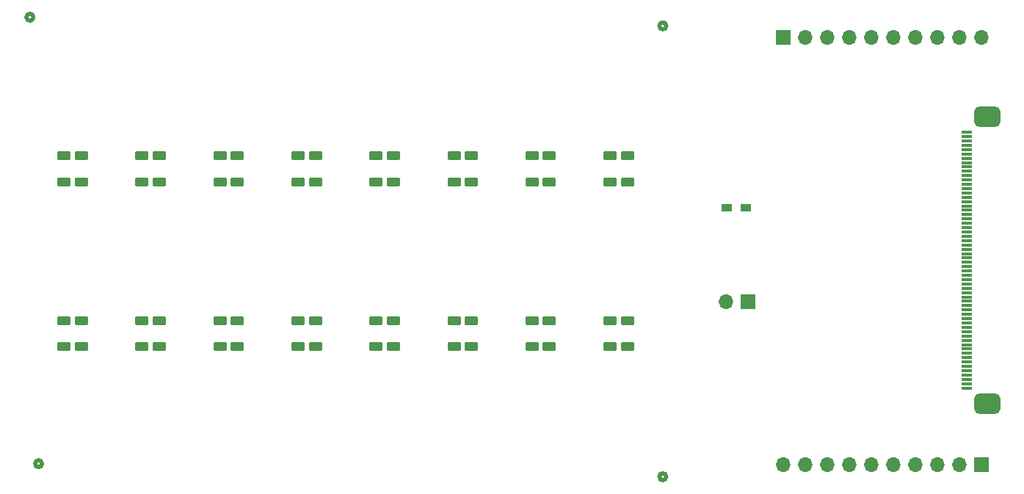
<source format=gts>
G04 #@! TF.GenerationSoftware,KiCad,Pcbnew,(6.0.5-0)*
G04 #@! TF.CreationDate,2022-08-24T15:35:38+09:00*
G04 #@! TF.ProjectId,photo-single,70686f74-6f2d-4736-996e-676c652e6b69,rev?*
G04 #@! TF.SameCoordinates,Original*
G04 #@! TF.FileFunction,Soldermask,Top*
G04 #@! TF.FilePolarity,Negative*
%FSLAX46Y46*%
G04 Gerber Fmt 4.6, Leading zero omitted, Abs format (unit mm)*
G04 Created by KiCad (PCBNEW (6.0.5-0)) date 2022-08-24 15:35:38*
%MOMM*%
%LPD*%
G01*
G04 APERTURE LIST*
G04 Aperture macros list*
%AMRoundRect*
0 Rectangle with rounded corners*
0 $1 Rounding radius*
0 $2 $3 $4 $5 $6 $7 $8 $9 X,Y pos of 4 corners*
0 Add a 4 corners polygon primitive as box body*
4,1,4,$2,$3,$4,$5,$6,$7,$8,$9,$2,$3,0*
0 Add four circle primitives for the rounded corners*
1,1,$1+$1,$2,$3*
1,1,$1+$1,$4,$5*
1,1,$1+$1,$6,$7*
1,1,$1+$1,$8,$9*
0 Add four rect primitives between the rounded corners*
20,1,$1+$1,$2,$3,$4,$5,0*
20,1,$1+$1,$4,$5,$6,$7,0*
20,1,$1+$1,$6,$7,$8,$9,0*
20,1,$1+$1,$8,$9,$2,$3,0*%
G04 Aperture macros list end*
%ADD10C,0.475000*%
%ADD11RoundRect,0.200000X-0.600000X0.300000X-0.600000X-0.300000X0.600000X-0.300000X0.600000X0.300000X0*%
%ADD12RoundRect,0.200000X0.600000X-0.300000X0.600000X0.300000X-0.600000X0.300000X-0.600000X-0.300000X0*%
%ADD13R,1.700000X1.700000*%
%ADD14O,1.700000X1.700000*%
%ADD15RoundRect,0.072295X0.552705X-0.072295X0.552705X0.072295X-0.552705X0.072295X-0.552705X-0.072295X0*%
%ADD16RoundRect,0.600000X0.899999X-0.600000X0.899999X0.600000X-0.899999X0.600000X-0.899999X-0.600000X0*%
%ADD17R,1.200000X0.900000*%
G04 APERTURE END LIST*
D10*
X167400000Y-74000000D02*
G75*
G03*
X167400000Y-74000000I-400000J0D01*
G01*
X95400000Y-124500000D02*
G75*
G03*
X95400000Y-124500000I-400000J0D01*
G01*
X167400000Y-126000000D02*
G75*
G03*
X167400000Y-126000000I-400000J0D01*
G01*
X94400000Y-73000000D02*
G75*
G03*
X94400000Y-73000000I-400000J0D01*
G01*
D11*
X160921217Y-89002054D03*
X160921217Y-92002054D03*
X153921211Y-89002066D03*
X153921211Y-92002066D03*
X151921211Y-89002066D03*
X151921211Y-92002066D03*
X144921211Y-89002066D03*
X144921211Y-92002066D03*
X142921211Y-89002066D03*
X142921211Y-92002066D03*
X135921211Y-89002066D03*
X135921211Y-92002066D03*
X133921211Y-89002066D03*
X133921211Y-92002066D03*
X126921211Y-89002066D03*
X126921211Y-92002066D03*
X124921211Y-89002066D03*
X124921211Y-92002066D03*
X117921211Y-89002066D03*
X117921211Y-92002066D03*
X115921211Y-89002066D03*
X115921211Y-92002066D03*
X108921211Y-89002066D03*
X108921211Y-92002066D03*
X106921211Y-89002066D03*
X106921211Y-92002066D03*
X99921211Y-89002066D03*
X99921211Y-92002066D03*
X97921211Y-89002066D03*
X97921211Y-92002066D03*
D12*
X115921211Y-111001633D03*
X115921211Y-108001633D03*
X124921211Y-111001633D03*
X124921211Y-108001633D03*
X117921211Y-111001633D03*
X117921211Y-108001633D03*
X108921211Y-111001633D03*
X108921211Y-108001633D03*
X97921211Y-111001633D03*
X97921211Y-108001633D03*
X99921211Y-111001633D03*
X99921211Y-108001633D03*
X106921211Y-111001633D03*
X106921211Y-108001633D03*
X160921211Y-111001633D03*
X160921211Y-108001633D03*
X126921211Y-108001633D03*
X126921211Y-111001633D03*
X133921211Y-111001633D03*
X133921211Y-108001633D03*
X135921211Y-111001633D03*
X135921211Y-108001633D03*
X142921211Y-111001633D03*
X142921211Y-108001633D03*
X144921211Y-111001633D03*
X144921211Y-108001633D03*
X151921211Y-111001633D03*
X151921211Y-108001633D03*
X153921211Y-111001633D03*
X153921211Y-108001633D03*
D11*
X162921213Y-89002054D03*
X162921213Y-92002054D03*
D13*
X176789994Y-105780002D03*
D14*
X174249994Y-105780002D03*
D13*
X180905000Y-75372000D03*
D14*
X183445000Y-75372000D03*
X185985000Y-75372000D03*
X188525000Y-75372000D03*
X191065000Y-75372000D03*
X193605000Y-75372000D03*
X196145000Y-75372000D03*
X198685000Y-75372000D03*
X201225000Y-75372000D03*
X203765000Y-75372000D03*
D13*
X203765000Y-124628000D03*
D14*
X201225000Y-124628000D03*
X198685000Y-124628000D03*
X196145000Y-124628000D03*
X193605000Y-124628000D03*
X191065000Y-124628000D03*
X188525000Y-124628000D03*
X185985000Y-124628000D03*
X183445000Y-124628000D03*
X180905000Y-124628000D03*
D12*
X162921211Y-111001633D03*
X162921211Y-108001633D03*
D15*
X202073993Y-115770000D03*
X202073993Y-115270000D03*
X202073993Y-114770000D03*
X202073993Y-114270000D03*
X202073993Y-113770000D03*
X202073993Y-113270000D03*
X202073993Y-112770001D03*
X202073993Y-112269999D03*
X202073993Y-111770000D03*
X202073993Y-111269999D03*
X202073993Y-110770000D03*
X202073993Y-110270001D03*
X202073993Y-109769999D03*
X202073993Y-109270000D03*
X202073993Y-108769999D03*
X202073993Y-108270000D03*
X202073993Y-107770001D03*
X202073993Y-107269999D03*
X202073993Y-106770000D03*
X202073993Y-106270001D03*
X202073993Y-105770000D03*
X202073993Y-105270001D03*
X202073993Y-104769999D03*
X202073993Y-104270000D03*
X202073993Y-103770001D03*
X202073993Y-103270000D03*
X202073993Y-102770001D03*
X202073993Y-102269999D03*
X202073993Y-101770000D03*
X202073993Y-101270001D03*
X202073993Y-100770000D03*
X202073993Y-100270001D03*
X202073993Y-99769999D03*
X202073993Y-99270000D03*
X202073993Y-98770001D03*
X202073993Y-98269999D03*
X202073993Y-97770000D03*
X202073993Y-97269999D03*
X202073993Y-96770000D03*
X202073993Y-96270001D03*
X202073993Y-95769999D03*
X202073993Y-95270000D03*
X202073993Y-94769999D03*
X202073993Y-94270000D03*
X202073993Y-93770001D03*
X202073993Y-93269999D03*
X202073993Y-92770000D03*
X202073993Y-92269999D03*
X202073993Y-91770000D03*
X202073993Y-91270001D03*
X202073993Y-90769999D03*
X202073993Y-90270000D03*
X202073993Y-89770001D03*
X202073993Y-89270002D03*
X202073993Y-88770003D03*
X202073993Y-88270004D03*
X202073993Y-87770005D03*
X202073993Y-87270006D03*
X202073993Y-86770007D03*
X202073993Y-86270008D03*
D16*
X204398993Y-117570000D03*
X204398993Y-84470012D03*
D17*
X176600005Y-94999988D03*
X174400005Y-94999988D03*
M02*

</source>
